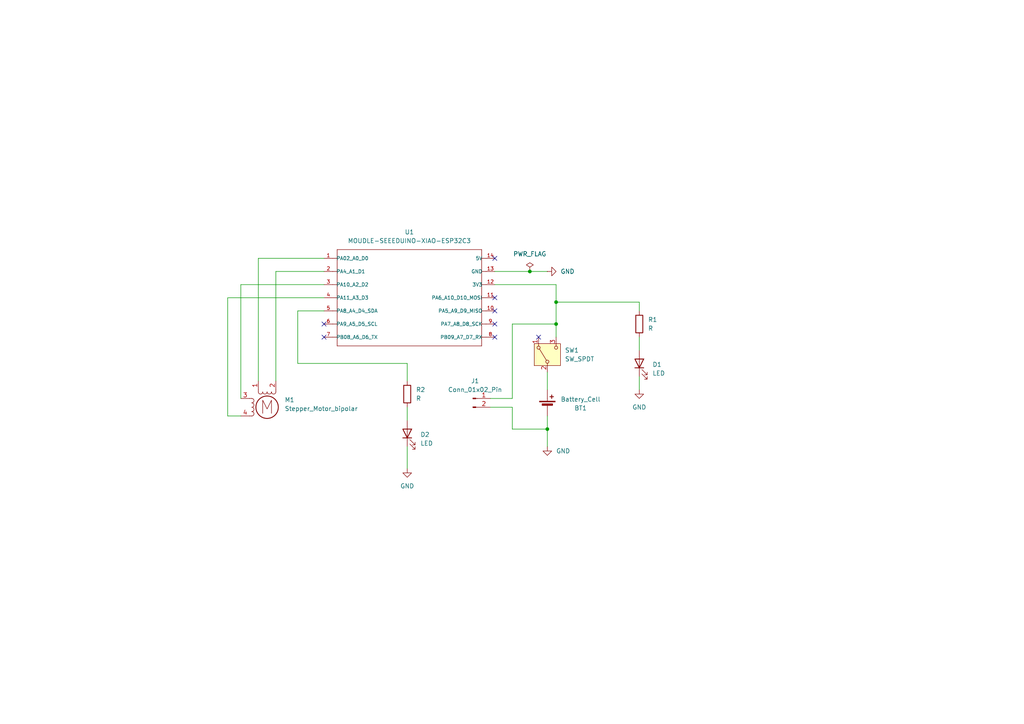
<source format=kicad_sch>
(kicad_sch (version 20231120) (generator "eeschema") (generator_version "8.0")
  (paper "A4")
  (title_block (title "TECHIN514 Final Project Sensor Circuit") (date "2025-02-05"))
  (lib_symbols
    (symbol "Connector:Conn_01x02_Pin" (pin_names (offset 1.016) hide)
      (property "Reference" "J" (at 0 2.54 0))
      (property "Value" "Conn_01x02_Pin" (at 0 -5.08 0))
      (symbol "Conn_01x02_Pin_1_1"
        (polyline (pts (xy 1.27 -2.54) (xy 0.8636 -2.54)) (stroke (width 0.1524)))
        (polyline (pts (xy 1.27 0) (xy 0.8636 0)) (stroke (width 0.1524)))
        (rectangle (start 0.8636 -2.413) (end 0 -2.667) (stroke (width 0.1524)) (fill (type outline)))
        (rectangle (start 0.8636 0.127) (end 0 -0.127) (stroke (width 0.1524)) (fill (type outline)))
        (pin passive line (at 5.08 0 180) (length 3.81) (name "Pin_1") (number "1"))
        (pin passive line (at 5.08 -2.54 180) (length 3.81) (name "Pin_2") (number "2"))
      )
    )
    (symbol "Device:Battery_Cell" (pin_numbers hide) (pin_names (offset 0) hide)
      (property "Reference" "BT" (at 2.54 2.54 0))
      (property "Value" "Battery_Cell" (at 2.54 0 0))
      (symbol "Battery_Cell_0_1"
        (rectangle (start -2.286 1.778) (end 2.286 1.524) (fill (type outline)))
        (rectangle (start -1.524 1.016) (end 1.524 0.508) (fill (type outline)))
        (polyline (pts (xy 0 0.762) (xy 0 0)))
        (polyline (pts (xy 0 1.778) (xy 0 2.54)))
        (polyline (pts (xy 0.762 3.048) (xy 1.778 3.048)) (stroke (width 0.254)))
        (polyline (pts (xy 1.27 3.556) (xy 1.27 2.54)) (stroke (width 0.254)))
      )
      (symbol "Battery_Cell_1_1"
        (pin passive line (at 0 5.08 270) (length 2.54) (name "+") (number "1"))
        (pin passive line (at 0 -2.54 90) (length 2.54) (name "-") (number "2"))
      )
    )
    (symbol "Device:LED" (pin_numbers hide) (pin_names (offset 1.016) hide)
      (property "Reference" "D" (at 0 2.54 0))
      (property "Value" "LED" (at 0 -2.54 0))
      (symbol "LED_0_1"
        (polyline (pts (xy -1.27 -1.27) (xy -1.27 1.27)) (stroke (width 0.254)))
        (polyline (pts (xy -1.27 0) (xy 1.27 0)))
        (polyline (pts (xy 1.27 -1.27) (xy 1.27 1.27) (xy -1.27 0) (xy 1.27 -1.27)) (stroke (width 0.254)))
        (polyline (pts (xy -3.048 -0.762) (xy -4.572 -2.286) (xy -3.81 -2.286) (xy -4.572 -2.286) (xy -4.572 -1.524)))
        (polyline (pts (xy -1.778 -0.762) (xy -3.302 -2.286) (xy -2.54 -2.286) (xy -3.302 -2.286) (xy -3.302 -1.524)))
      )
      (symbol "LED_1_1"
        (pin passive line (at -3.81 0 0) (length 2.54) (name "K") (number "1"))
        (pin passive line (at 3.81 0 180) (length 2.54) (name "A") (number "2"))
      )
    )
    (symbol "Device:R" (pin_numbers hide) (pin_names (offset 0))
      (property "Reference" "R" (at 2.032 0 90))
      (property "Value" "R" (at 0 0 90))
      (symbol "R_0_1"
        (rectangle (start -1.016 -2.54) (end 1.016 2.54) (stroke (width 0.254)))
      )
      (symbol "R_1_1"
        (pin passive line (at 0 3.81 270) (length 1.27) (name "~") (number "1"))
        (pin passive line (at 0 -3.81 90) (length 1.27) (name "~") (number "2"))
      )
    )
    (symbol "ESP32C3_XIAO:MOUDLE-SEEEDUINO-XIAO-ESP32C3" (pin_names (offset 1.016))
      (property "Reference" "U" (at -21.59 15.24 0))
      (property "Value" "MOUDLE-SEEEDUINO-XIAO-ESP32C3" (at -21.59 13.97 0))
      (symbol "MOUDLE-SEEEDUINO-XIAO-ESP32C3_0_0"
        (polyline (pts (xy -21.59 -13.97) (xy -21.59 0)) (stroke (width 0.1524)))
        (polyline (pts (xy -21.59 -11.43) (xy -22.86 -11.43)) (stroke (width 0.1524)))
        (polyline (pts (xy -21.59 -7.62) (xy -22.86 -7.62)) (stroke (width 0.1524)))
        (polyline (pts (xy -21.59 -3.81) (xy -22.86 -3.81)) (stroke (width 0.1524)))
        (polyline (pts (xy -21.59 0) (xy -22.86 0)) (stroke (width 0.1524)))
        (polyline (pts (xy -21.59 0) (xy -21.59 3.81)) (stroke (width 0.1524)))
        (polyline (pts (xy -21.59 3.81) (xy -22.86 3.81)) (stroke (width 0.1524)))
        (polyline (pts (xy -21.59 3.81) (xy -21.59 7.62)) (stroke (width 0.1524)))
        (polyline (pts (xy -21.59 7.62) (xy -22.86 7.62)) (stroke (width 0.1524)))
        (polyline (pts (xy -21.59 7.62) (xy -21.59 11.43)) (stroke (width 0.1524)))
        (polyline (pts (xy -21.59 11.43) (xy -22.86 11.43)) (stroke (width 0.1524)))
        (polyline (pts (xy -21.59 11.43) (xy -21.59 13.97)) (stroke (width 0.1524)))
        (polyline (pts (xy -21.59 13.97) (xy 20.32 13.97)) (stroke (width 0.1524)))
        (polyline (pts (xy 20.32 -13.97) (xy -21.59 -13.97)) (stroke (width 0.1524)))
        (polyline (pts (xy 20.32 3.81) (xy 20.32 -13.97)) (stroke (width 0.1524)))
        (polyline (pts (xy 20.32 7.62) (xy 20.32 3.81)) (stroke (width 0.1524)))
        (polyline (pts (xy 20.32 11.43) (xy 20.32 7.62)) (stroke (width 0.1524)))
        (polyline (pts (xy 20.32 13.97) (xy 20.32 11.43)) (stroke (width 0.1524)))
        (polyline (pts (xy 21.59 -11.43) (xy 20.32 -11.43)) (stroke (width 0.1524)))
        (polyline (pts (xy 21.59 -7.62) (xy 20.32 -7.62)) (stroke (width 0.1524)))
        (polyline (pts (xy 21.59 -3.81) (xy 20.32 -3.81)) (stroke (width 0.1524)))
        (polyline (pts (xy 21.59 0) (xy 20.32 0)) (stroke (width 0.1524)))
        (polyline (pts (xy 21.59 3.81) (xy 20.32 3.81)) (stroke (width 0.1524)))
        (polyline (pts (xy 21.59 7.62) (xy 20.32 7.62)) (stroke (width 0.1524)))
        (polyline (pts (xy 21.59 11.43) (xy 20.32 11.43)) (stroke (width 0.1524)))
        (pin bidirectional line (at -25.4 11.43 0) (length 2.54) (name "PA02_A0_D0") (number "1"))
        (pin bidirectional line (at 24.13 -3.81 180) (length 2.54) (name "PA5_A9_D9_MISO") (number "10"))
        (pin bidirectional line (at 24.13 0 180) (length 2.54) (name "PA6_A10_D10_MOSI") (number "11"))
        (pin bidirectional line (at 24.13 3.81 180) (length 2.54) (name "3V3") (number "12"))
        (pin bidirectional line (at 24.13 7.62 180) (length 2.54) (name "GND") (number "13"))
        (pin bidirectional line (at 24.13 11.43 180) (length 2.54) (name "5V") (number "14"))
        (pin bidirectional line (at -25.4 7.62 0) (length 2.54) (name "PA4_A1_D1") (number "2"))
        (pin bidirectional line (at -25.4 3.81 0) (length 2.54) (name "PA10_A2_D2") (number "3"))
        (pin bidirectional line (at -25.4 0 0) (length 2.54) (name "PA11_A3_D3") (number "4"))
        (pin bidirectional line (at -25.4 -3.81 0) (length 2.54) (name "PA8_A4_D4_SDA") (number "5"))
        (pin bidirectional line (at -25.4 -7.62 0) (length 2.54) (name "PA9_A5_D5_SCL") (number "6"))
        (pin bidirectional line (at -25.4 -11.43 0) (length 2.54) (name "PB08_A6_D6_TX") (number "7"))
        (pin bidirectional line (at 24.13 -11.43 180) (length 2.54) (name "PB09_A7_D7_RX") (number "8"))
        (pin bidirectional line (at 24.13 -7.62 180) (length 2.54) (name "PA7_A8_D8_SCK") (number "9"))
      )
    )
    (symbol "Motor:Stepper_Motor_bipolar" (pin_names (offset 0) hide)
      (property "Reference" "M" (at 3.81 2.54 0))
      (property "Value" "Stepper_Motor_bipolar" (at 3.81 1.27 0))
      (symbol "Stepper_Motor_bipolar_0_0"
        (polyline (pts (xy -1.27 -1.778) (xy -1.27 2.032) (xy 0 -0.508) (xy 1.27 2.032) (xy 1.27 -1.778)))
      )
      (symbol "Stepper_Motor_bipolar_0_1"
        (arc (start -4.445 -2.54) (mid -3.8127 -1.905) (end -4.445 -1.27))
        (arc (start -4.445 -1.27) (mid -3.8127 -0.635) (end -4.445 0))
        (arc (start -4.445 0) (mid -3.8127 0.635) (end -4.445 1.27))
        (arc (start -4.445 1.27) (mid -3.8127 1.905) (end -4.445 2.54))
        (arc (start -2.54 4.445) (mid -1.905 3.8127) (end -1.27 4.445))
        (arc (start -1.27 4.445) (mid -0.635 3.8127) (end 0 4.445))
        (polyline (pts (xy -5.08 -2.54) (xy -4.445 -2.54)))
        (polyline (pts (xy -5.08 2.54) (xy -4.445 2.54)))
        (polyline (pts (xy -2.54 5.08) (xy -2.54 4.445)))
        (polyline (pts (xy 2.54 5.08) (xy 2.54 4.445)))
        (circle (center 0 0) (radius 3.2512) (stroke (width 0.254)))
        (arc (start 0 4.445) (mid 0.635 3.8127) (end 1.27 4.445))
        (arc (start 1.27 4.445) (mid 1.905 3.8127) (end 2.54 4.445))
      )
      (symbol "Stepper_Motor_bipolar_1_1"
        (pin passive line (at -2.54 7.62 270) (length 2.54) (name "~") (number "1"))
        (pin passive line (at 2.54 7.62 270) (length 2.54) (name "-") (number "2"))
        (pin passive line (at -7.62 2.54 0) (length 2.54) (name "~") (number "3"))
        (pin passive line (at -7.62 -2.54 0) (length 2.54) (name "~") (number "4"))
      )
    )
    (symbol "Switch:SW_SPDT" (pin_names (offset 0) hide)
      (property "Reference" "SW" (at 0 5.08 0))
      (property "Value" "SW_SPDT" (at 0 -5.08 0))
      (symbol "SW_SPDT_0_1"
        (circle (center -2.032 0) (radius 0.4572))
        (polyline (pts (xy -1.651 0.254) (xy 1.651 2.286)))
        (circle (center 2.032 -2.54) (radius 0.4572))
        (circle (center 2.032 2.54) (radius 0.4572))
      )
      (symbol "SW_SPDT_1_1"
        (rectangle (start -3.175 3.81) (end 3.175 -3.81) (fill (type background)))
        (pin passive line (at 5.08 2.54 180) (length 2.54) (name "A") (number "1"))
        (pin passive line (at -5.08 0 0) (length 2.54) (name "B") (number "2"))
        (pin passive line (at 5.08 -2.54 180) (length 2.54) (name "C") (number "3"))
      )
    )
    (symbol "power:GND" (power) (pin_numbers hide) (pin_names (offset 0) hide)
      (property "Value" "GND" (at 0 -3.81 0))
      (symbol "GND_0_1"
        (polyline (pts (xy 0 0) (xy 0 -1.27) (xy 1.27 -1.27) (xy 0 -2.54) (xy -1.27 -1.27) (xy 0 -1.27)))
      )
      (symbol "GND_1_1"
        (pin power_in line (at 0 0 270) (length 0) (name "~") (number "1"))
      )
    )
    (symbol "power:PWR_FLAG" (power) (pin_numbers hide) (pin_names (offset 0) hide)
      (property "Value" "PWR_FLAG" (at 0 3.81 0))
      (symbol "PWR_FLAG_0_0"
        (pin power_out line (at 0 0 90) (length 0) (name "~") (number "1"))
      )
      (symbol "PWR_FLAG_0_1"
        (polyline (pts (xy 0 0) (xy 0 1.27) (xy -1.016 1.905) (xy 0 2.54) (xy 1.016 1.905) (xy 0 1.27)))
      )
    )
  )
  (junction (at 161.29 93.98))
  (junction (at 161.29 87.63))
  (junction (at 158.75 124.46))
  (junction (at 153.67 78.74))
  (no_connect (at 93.98 97.79))
  (no_connect (at 143.51 97.79))
  (no_connect (at 143.51 90.17))
  (no_connect (at 93.98 93.98))
  (no_connect (at 143.51 74.93))
  (no_connect (at 143.51 93.98))
  (no_connect (at 156.21 97.79))
  (no_connect (at 143.51 86.36))
  (wire (pts (xy 148.59 124.46) (xy 158.75 124.46)))
  (wire (pts (xy 93.98 86.36) (xy 66.04 86.36)))
  (wire (pts (xy 93.98 90.17) (xy 86.36 90.17)))
  (wire (pts (xy 185.42 97.79) (xy 185.42 101.6)))
  (wire (pts (xy 158.75 124.46) (xy 158.75 129.54)))
  (wire (pts (xy 185.42 87.63) (xy 185.42 90.17)))
  (wire (pts (xy 158.75 107.95) (xy 158.75 113.03)))
  (wire (pts (xy 80.01 78.74) (xy 80.01 110.49)))
  (wire (pts (xy 66.04 86.36) (xy 66.04 120.65)))
  (wire (pts (xy 93.98 82.55) (xy 69.85 82.55)))
  (wire (pts (xy 93.98 74.93) (xy 74.93 74.93)))
  (wire (pts (xy 143.51 78.74) (xy 153.67 78.74)))
  (wire (pts (xy 161.29 97.79) (xy 161.29 93.98)))
  (wire (pts (xy 74.93 74.93) (xy 74.93 110.49)))
  (wire (pts (xy 93.98 78.74) (xy 80.01 78.74)))
  (wire (pts (xy 148.59 93.98) (xy 161.29 93.98)))
  (wire (pts (xy 161.29 87.63) (xy 161.29 82.55)))
  (wire (pts (xy 86.36 105.41) (xy 118.11 105.41)))
  (wire (pts (xy 142.24 115.57) (xy 148.59 115.57)))
  (wire (pts (xy 148.59 118.11) (xy 148.59 124.46)))
  (wire (pts (xy 143.51 82.55) (xy 161.29 82.55)))
  (wire (pts (xy 86.36 90.17) (xy 86.36 105.41)))
  (wire (pts (xy 118.11 129.54) (xy 118.11 135.89)))
  (wire (pts (xy 69.85 82.55) (xy 69.85 115.57)))
  (wire (pts (xy 118.11 105.41) (xy 118.11 110.49)))
  (wire (pts (xy 185.42 109.22) (xy 185.42 113.03)))
  (wire (pts (xy 148.59 115.57) (xy 148.59 93.98)))
  (wire (pts (xy 66.04 120.65) (xy 69.85 120.65)))
  (wire (pts (xy 161.29 93.98) (xy 161.29 87.63)))
  (wire (pts (xy 142.24 118.11) (xy 148.59 118.11)))
  (wire (pts (xy 153.67 78.74) (xy 158.75 78.74)))
  (wire (pts (xy 158.75 120.65) (xy 158.75 124.46)))
  (wire (pts (xy 161.29 87.63) (xy 185.42 87.63)))
  (wire (pts (xy 118.11 118.11) (xy 118.11 121.92)))
  (symbol (lib_id "power:GND") (at 158.75 78.74 90) (unit 1)
    (property "Reference" "#PWR02" (effects (hide yes)))
    (property "Value" "GND" (at 162.56 78.7399 90) (effects (justify right)))
    (property "Description" "Power symbol creates a global label with name \"GND\" , ground" (effects (hide yes)))
  )
  (symbol (lib_id "power:GND") (at 185.42 113.03 0) (unit 1)
    (property "Reference" "#PWR03" (effects (hide yes)))
    (property "Value" "GND" (at 185.42 118.11 0))
    (property "Description" "Power symbol creates a global label with name \"GND\" , ground" (effects (hide yes)))
  )
  (symbol (lib_id "power:PWR_FLAG") (at 153.67 78.74 0) (unit 1)
    (property "Reference" "#FLG01" (effects (hide yes)))
    (property "Value" "PWR_FLAG" (at 153.67 73.66 0))
    (property "Description" "Special symbol for telling ERC where power comes from" (effects (hide yes)))
  )
  (symbol (lib_id "power:GND") (at 118.11 135.89 0) (unit 1)
    (property "Reference" "#PWR04" (effects (hide yes)))
    (property "Value" "GND" (at 118.11 140.97 0))
    (property "Description" "Power symbol creates a global label with name \"GND\" , ground" (effects (hide yes)))
  )
  (symbol (lib_id "Device:R") (at 185.42 93.98 0) (unit 1)
    (property "Reference" "R1" (at 187.96 92.7099 0) (effects (justify left)))
    (property "Value" "R" (at 187.96 95.2499 0) (effects (justify left)))
    (property "Footprint" "Resistor_THT:R_Axial_DIN0207_L6.3mm_D2.5mm_P15.24mm_Horizontal" (effects (hide yes)))
    (property "Description" "Resistor" (effects (hide yes)))
  )
  (symbol (lib_id "Device:LED") (at 185.42 105.41 90) (unit 1)
    (property "Reference" "D1" (at 189.23 105.7274 90) (effects (justify right)))
    (property "Value" "LED" (at 189.23 108.2674 90) (effects (justify right)))
    (property "Footprint" "LED_THT:LED_D5.0mm" (effects (hide yes)))
    (property "Description" "Light emitting diode" (effects (hide yes)))
  )
  (symbol (lib_id "ESP32C3_XIAO:MOUDLE-SEEEDUINO-XIAO-ESP32C3") (at 119.38 86.36 0) (unit 1)
    (property "Reference" "U1" (at 118.745 67.31 0))
    (property "Value" "MOUDLE-SEEEDUINO-XIAO-ESP32C3" (at 118.745 69.85 0))
    (property "Footprint" "2025_XIAO:XIAO_ESP32_SENSE" (effects (hide yes)))
  )
  (symbol (lib_id "Device:Battery_Cell") (at 158.75 118.11 0) (unit 1)
    (property "Reference" "BT1" (at 168.402 118.364 0))
    (property "Value" "Battery_Cell" (at 168.402 115.824 0))
    (property "Footprint" "Connector_JST:JST_PH_B2B-PH-K_1x02_P2.00mm_Vertical" (effects (hide yes)))
    (property "Description" "Single-cell battery" (effects (hide yes)))
  )
  (symbol (lib_id "Connector:Conn_01x02_Pin") (at 137.16 115.57 0) (unit 1)
    (property "Reference" "J1" (at 137.795 110.49 0))
    (property "Value" "Conn_01x02_Pin" (at 137.795 113.03 0))
    (property "Footprint" "Connector_JST:JST_PH_B2B-PH-K_1x02_P2.00mm_Vertical" (effects (hide yes)))
    (property "Description" "Generic connector, single row, 01x02, script generated" (effects (hide yes)))
  )
  (symbol (lib_id "Motor:Stepper_Motor_bipolar") (at 77.47 118.11 0) (unit 1)
    (property "Reference" "M1" (at 82.55 115.989 0) (effects (justify left)))
    (property "Value" "Stepper_Motor_bipolar" (at 82.55 118.529 0) (effects (justify left)))
    (property "Footprint" "2025_X27_168:x27_stepper_two_holes" (effects (hide yes)))
    (property "Datasheet" "http://www.infineon.com/dgdl/Application-Note-TLE8110EE_driving_UniPolarStepperMotor_V1.1.pdf?fileId=db3a30431be39b97011be5d0aa0a00b0" (effects (hide yes)))
    (property "Description" "4-wire bipolar stepper motor" (effects (hide yes)))
  )
  (symbol (lib_id "power:GND") (at 158.75 129.54 0) (unit 1)
    (property "Reference" "#PWR05" (effects (hide yes)))
    (property "Value" "GND" (at 161.29 130.8099 0) (effects (justify left)))
    (property "Description" "Power symbol creates a global label with name \"GND\" , ground" (effects (hide yes)))
  )
  (symbol (lib_id "Device:LED") (at 118.11 125.73 90) (unit 1)
    (property "Reference" "D2" (at 121.92 126.0474 90) (effects (justify right)))
    (property "Value" "LED" (at 121.92 128.5874 90) (effects (justify right)))
    (property "Footprint" "LED_THT:LED_D5.0mm" (effects (hide yes)))
    (property "Description" "Light emitting diode" (effects (hide yes)))
  )
  (symbol (lib_id "Switch:SW_SPDT") (at 158.75 102.87 90) (unit 1)
    (property "Reference" "SW1" (at 163.83 101.5999 90) (effects (justify right)))
    (property "Value" "SW_SPDT" (at 163.83 104.1399 90) (effects (justify right)))
    (property "Footprint" "Connector_JST:JST_EH_B3B-EH-A_1x03_P2.50mm_Vertical" (effects (hide yes)))
    (property "Description" "Switch, single pole double throw" (effects (hide yes)))
  )
  (symbol (lib_id "Device:R") (at 118.11 114.3 0) (unit 1)
    (property "Reference" "R2" (at 120.65 113.0299 0) (effects (justify left)))
    (property "Value" "R" (at 120.65 115.5699 0) (effects (justify left)))
    (property "Footprint" "Resistor_THT:R_Axial_DIN0207_L6.3mm_D2.5mm_P15.24mm_Horizontal" (effects (hide yes)))
    (property "Description" "Resistor" (effects (hide yes)))
  )
)
</source>
